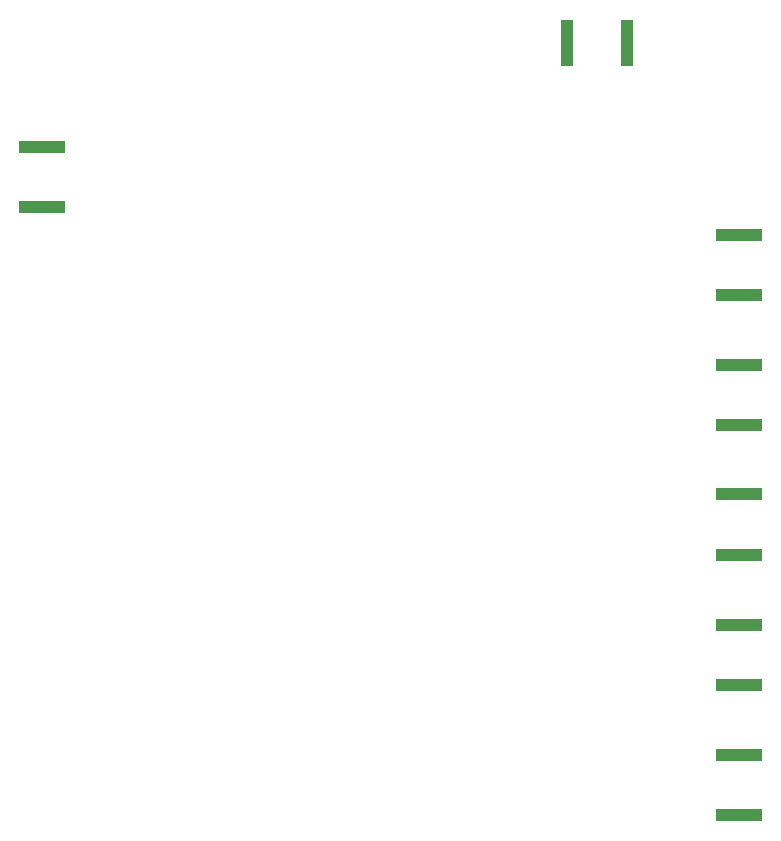
<source format=gbp>
G04*
G04 #@! TF.GenerationSoftware,Altium Limited,Altium Designer,23.6.0 (18)*
G04*
G04 Layer_Color=128*
%FSLAX44Y44*%
%MOMM*%
G71*
G04*
G04 #@! TF.SameCoordinates,AD488519-FD06-4120-8DA1-5AB69FE218D1*
G04*
G04*
G04 #@! TF.FilePolarity,Positive*
G04*
G01*
G75*
%ADD29R,4.0000X1.0000*%
%ADD32R,1.0000X4.0000*%
D29*
X615000Y1126000D02*
D03*
Y1075000D02*
D03*
Y634500D02*
D03*
Y685500D02*
D03*
X25400Y1200500D02*
D03*
Y1149500D02*
D03*
X615000Y744500D02*
D03*
Y795500D02*
D03*
Y855000D02*
D03*
Y906000D02*
D03*
Y964500D02*
D03*
Y1015500D02*
D03*
D32*
X520500Y1287780D02*
D03*
X469500D02*
D03*
M02*

</source>
